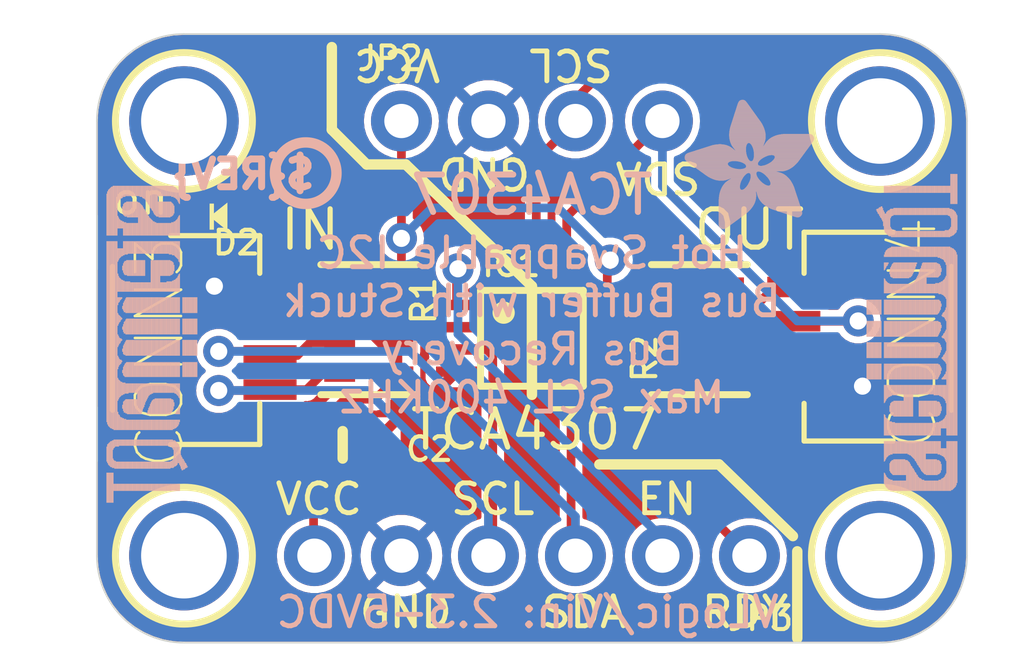
<source format=kicad_pcb>
(kicad_pcb (version 20221018) (generator pcbnew)
  (layers (0 "F.Cu" signal) (31 "B.Cu" signal) (34 "B.Paste" user) (35 "F.Paste" user) (36 "B.SilkS" user "B.Silkscreen") (37 "F.SilkS" user "F.Silkscreen") (38 "B.Mask" user) (39 "F.Mask" user) (44 "Edge.Cuts" user))
  (net 0 "")
  (net 1 "N$1")
  (net 2 "VCC")
  (net 3 "GND")
  (net 4 "SDA_IN")
  (net 5 "SCL_IN")
  (net 6 "SDA_OUT")
  (net 7 "SCL_OUT")
  (net 8 "READY")
  (net 9 "EN")
  (footprint "working:1X06_ROUND_70" (layer "F.Cu") (at 148.5011 111.3536 180)
    (fp_text reference "JP3" (at -7.6962 -1.8288) (layer "F.SilkS") (effects (font (size 0.692831 0.692831) (thickness 0.119969)) (justify right)))
    (fp_text value "")
    (pad "1" thru_hole circle (at -6.35 0 270) (size 1.778 1.778) (drill 1) (layers "*.Cu" "*.Mask") (net 8 "READY"))
    (pad "2" thru_hole circle (at -3.81 0 270) (size 1.778 1.778) (drill 1) (layers "*.Cu" "*.Mask") (net 9 "EN"))
    (pad "3" thru_hole circle (at -1.27 0 270) (size 1.778 1.778) (drill 1) (layers "*.Cu" "*.Mask") (net 4 "SDA_IN"))
    (pad "4" thru_hole circle (at 1.27 0 270) (size 1.778 1.778) (drill 1) (layers "*.Cu" "*.Mask") (net 5 "SCL_IN"))
    (pad "5" thru_hole circle (at 3.81 0 270) (size 1.778 1.778) (drill 1) (layers "*.Cu" "*.Mask") (net 3 "GND"))
    (pad "6" thru_hole circle (at 6.35 0 270) (size 1.778 1.778) (drill 1) (layers "*.Cu" "*.Mask") (net 2 "VCC"))
  )
  (footprint "working:JST_SH4" (layer "F.Cu") (at 158.6611 105.0036 90)
    (fp_text reference "CONN4" (at -3.33 0.958 90) (layer "F.SilkS") (effects (font (size 1.347622 1.347622) (thickness 0.074778)) (justify left)))
    (fp_text value "STEMMA_I2C_QT" hide)
    (pad "1" smd rect (at -1.5 -2.514 180) (size 1.55 0.6) (layers "F.Cu" "F.Paste" "F.Mask") (net 3 "GND"))
    (pad "2" smd rect (at -0.5 -2.514 180) (size 1.55 0.6) (layers "F.Cu" "F.Paste" "F.Mask") (net 2 "VCC"))
    (pad "3" smd rect (at 0.5 -2.514 180) (size 1.55 0.6) (layers "F.Cu" "F.Paste" "F.Mask") (net 6 "SDA_OUT"))
    (pad "4" smd rect (at 1.5 -2.514 180) (size 1.55 0.6) (layers "F.Cu" "F.Paste" "F.Mask") (net 7 "SCL_OUT"))
    (pad "MT1" smd rect (at -2.8 1.386 180) (size 1.8 1.2) (layers "F.Cu" "F.Paste" "F.Mask"))
    (pad "MT2" smd rect (at 2.8 1.386 180) (size 1.8 1.2) (layers "F.Cu" "F.Paste" "F.Mask"))
  )
  (footprint "working:MOUNTINGHOLE_2.5_PLATED" (layer "F.Cu") (at 158.6611 98.6536)
    (fp_text reference "U$17" hide)
    (fp_text value "MOUNTINGHOLE2.5" hide)
    (pad "P$1" thru_hole circle (at 0 0) (size 3.2 3.2) (drill 2.5) (layers "*.Cu" "*.Mask"))
    (zone (net 0) (net_name "") (layer "F.Cu") (connect_pads (clearance 0)) (min_thickness 0.25)
      (keepout (tracks not_allowed) (vias not_allowed) (pads not_allowed) (copperpour not_allowed) (footprints allowed))
      (fill (thermal_gap 0.5) (thermal_bridge_width 0.5))
      (polygon (pts (xy 160.6771 98.6536) (xy 160.65748 98.373027) (xy 160.599004 98.097915) (xy 160.502808 97.833619) (xy 160.370765 97.585283) (xy 160.205446 97.35774) (xy 160.010067 97.15542) (xy 159.788433 96.98226) (xy 159.544856 96.841631) (xy 159.284078 96.73627) (xy 159.011175 96.668228) (xy 158.731457 96.638828) (xy 158.450371 96.648644) (xy 158.173385 96.697484) (xy 157.905893 96.784397) (xy 157.6531 96.907693) (xy 157.419926 97.06497) (xy 157.210911 97.253169) (xy 157.030122 97.468625) (xy 156.881078 97.707145) (xy 156.76668 97.964087) (xy 156.689154 98.23445) (xy 156.650011 98.512971) (xy 156.650011 98.794229) (xy 156.689154 99.07275) (xy 156.76668 99.343113) (xy 156.881078 99.600055) (xy 157.030122 99.838575) (xy 157.210911 100.054031) (xy 157.419926 100.24223) (xy 157.6531 100.399507) (xy 157.905893 100.522803) (xy 158.173385 100.609716) (xy 158.450371 100.658556) (xy 158.731457 100.668372) (xy 159.011175 100.638972) (xy 159.284078 100.57093) (xy 159.544856 100.465569) (xy 159.788433 100.32494) (xy 160.010067 100.15178) (xy 160.205446 99.94946) (xy 160.370765 99.721917) (xy 160.502808 99.473581) (xy 160.599004 99.209285) (xy 160.65748 98.934173)))
      (polygon (pts (xy 158.6451 98.6536) (xy 158.649786 98.664914) (xy 158.6611 98.6696) (xy 158.672414 98.664914) (xy 158.6771 98.6536) (xy 158.672414 98.642286) (xy 158.6611 98.6376) (xy 158.649786 98.642286)))
    )
    (zone (net 0) (net_name "") (layer "B.Cu") (connect_pads (clearance 0)) (min_thickness 0.25)
      (keepout (tracks not_allowed) (vias not_allowed) (pads not_allowed) (copperpour not_allowed) (footprints allowed))
      (fill (thermal_gap 0.5) (thermal_bridge_width 0.5))
      (polygon (pts (xy 160.6771 98.6536) (xy 160.65748 98.373027) (xy 160.599004 98.097915) (xy 160.502808 97.833619) (xy 160.370765 97.585283) (xy 160.205446 97.35774) (xy 160.010067 97.15542) (xy 159.788433 96.98226) (xy 159.544856 96.841631) (xy 159.284078 96.73627) (xy 159.011175 96.668228) (xy 158.731457 96.638828) (xy 158.450371 96.648644) (xy 158.173385 96.697484) (xy 157.905893 96.784397) (xy 157.6531 96.907693) (xy 157.419926 97.06497) (xy 157.210911 97.253169) (xy 157.030122 97.468625) (xy 156.881078 97.707145) (xy 156.76668 97.964087) (xy 156.689154 98.23445) (xy 156.650011 98.512971) (xy 156.650011 98.794229) (xy 156.689154 99.07275) (xy 156.76668 99.343113) (xy 156.881078 99.600055) (xy 157.030122 99.838575) (xy 157.210911 100.054031) (xy 157.419926 100.24223) (xy 157.6531 100.399507) (xy 157.905893 100.522803) (xy 158.173385 100.609716) (xy 158.450371 100.658556) (xy 158.731457 100.668372) (xy 159.011175 100.638972) (xy 159.284078 100.57093) (xy 159.544856 100.465569) (xy 159.788433 100.32494) (xy 160.010067 100.15178) (xy 160.205446 99.94946) (xy 160.370765 99.721917) (xy 160.502808 99.473581) (xy 160.599004 99.209285) (xy 160.65748 98.934173)))
      (polygon (pts (xy 158.6451 98.6536) (xy 158.649786 98.664914) (xy 158.6611 98.6696) (xy 158.672414 98.664914) (xy 158.6771 98.6536) (xy 158.672414 98.642286) (xy 158.6611 98.6376) (xy 158.649786 98.642286)))
    )
  )
  (footprint "working:FIDUCIAL_1MM" (layer "F.Cu") (at 141.5161 99.7585)
    (fp_text reference "FID4" hide)
    (fp_text value "FIDUCIAL_1MM" hide)
    (pad "1" smd roundrect (at 0 0) (size 1 1) (layers "F.Cu" "F.Mask") (roundrect_rratio 0.5))
  )
  (footprint "working:0603-NO" (layer "F.Cu") (at 142.9766 108.1151)
    (fp_text reference "C2" (at 1.778 0.127) (layer "F.SilkS") (effects (font (size 0.692831 0.692831) (thickness 0.119969)) (justify left)))
    (fp_text value "0.1uF")
    (pad "1" smd rect (at -0.85 0) (size 1.075 1) (layers "F.Cu" "F.Paste" "F.Mask") (net 2 "VCC"))
    (pad "2" smd rect (at 0.85 0) (size 1.075 1) (layers "F.Cu" "F.Paste" "F.Mask") (net 3 "GND"))
  )
  (footprint "working:MOUNTINGHOLE_2.5_PLATED" (layer "F.Cu") (at 138.3411 98.6536)
    (fp_text reference "U$1" hide)
    (fp_text value "MOUNTINGHOLE2.5" hide)
    (pad "P$1" thru_hole circle (at 0 0) (size 3.2 3.2) (drill 2.5) (layers "*.Cu" "*.Mask"))
    (zone (net 0) (net_name "") (layer "F.Cu") (connect_pads (clearance 0)) (min_thickness 0.25)
      (keepout (tracks not_allowed) (vias not_allowed) (pads not_allowed) (copperpour not_allowed) (footprints allowed))
      (fill (thermal_gap 0.5) (thermal_bridge_width 0.5))
      (polygon (pts (xy 140.3571 98.6536) (xy 140.33748 98.373027) (xy 140.279004 98.097915) (xy 140.182808 97.833619) (xy 140.050765 97.585283) (xy 139.885446 97.35774) (xy 139.690067 97.15542) (xy 139.468433 96.98226) (xy 139.224856 96.841631) (xy 138.964078 96.73627) (xy 138.691175 96.668228) (xy 138.411457 96.638828) (xy 138.130371 96.648644) (xy 137.853385 96.697484) (xy 137.585893 96.784397) (xy 137.3331 96.907693) (xy 137.099926 97.06497) (xy 136.890911 97.253169) (xy 136.710122 97.468625) (xy 136.561078 97.707145) (xy 136.44668 97.964087) (xy 136.369154 98.23445) (xy 136.330011 98.512971) (xy 136.330011 98.794229) (xy 136.369154 99.07275) (xy 136.44668 99.343113) (xy 136.561078 99.600055) (xy 136.710122 99.838575) (xy 136.890911 100.054031) (xy 137.099926 100.24223) (xy 137.3331 100.399507) (xy 137.585893 100.522803) (xy 137.853385 100.609716) (xy 138.130371 100.658556) (xy 138.411457 100.668372) (xy 138.691175 100.638972) (xy 138.964078 100.57093) (xy 139.224856 100.465569) (xy 139.468433 100.32494) (xy 139.690067 100.15178) (xy 139.885446 99.94946) (xy 140.050765 99.721917) (xy 140.182808 99.473581) (xy 140.279004 99.209285) (xy 140.33748 98.934173)))
      (polygon (pts (xy 138.3251 98.6536) (xy 138.329786 98.664914) (xy 138.3411 98.6696) (xy 138.352414 98.664914) (xy 138.3571 98.6536) (xy 138.352414 98.642286) (xy 138.3411 98.6376) (xy 138.329786 98.642286)))
    )
    (zone (net 0) (net_name "") (layer "B.Cu") (connect_pads (clearance 0)) (min_thickness 0.25)
      (keepout (tracks not_allowed) (vias not_allowed) (pads not_allowed) (copperpour not_allowed) (footprints allowed))
      (fill (thermal_gap 0.5) (thermal_bridge_width 0.5))
      (polygon (pts (xy 140.3571 98.6536) (xy 140.33748 98.373027) (xy 140.279004 98.097915) (xy 140.182808 97.833619) (xy 140.050765 97.585283) (xy 139.885446 97.35774) (xy 139.690067 97.15542) (xy 139.468433 96.98226) (xy 139.224856 96.841631) (xy 138.964078 96.73627) (xy 138.691175 96.668228) (xy 138.411457 96.638828) (xy 138.130371 96.648644) (xy 137.853385 96.697484) (xy 137.585893 96.784397) (xy 137.3331 96.907693) (xy 137.099926 97.06497) (xy 136.890911 97.253169) (xy 136.710122 97.468625) (xy 136.561078 97.707145) (xy 136.44668 97.964087) (xy 136.369154 98.23445) (xy 136.330011 98.512971) (xy 136.330011 98.794229) (xy 136.369154 99.07275) (xy 136.44668 99.343113) (xy 136.561078 99.600055) (xy 136.710122 99.838575) (xy 136.890911 100.054031) (xy 137.099926 100.24223) (xy 137.3331 100.399507) (xy 137.585893 100.522803) (xy 137.853385 100.609716) (xy 138.130371 100.658556) (xy 138.411457 100.668372) (xy 138.691175 100.638972) (xy 138.964078 100.57093) (xy 139.224856 100.465569) (xy 139.468433 100.32494) (xy 139.690067 100.15178) (xy 139.885446 99.94946) (xy 140.050765 99.721917) (xy 140.182808 99.473581) (xy 140.279004 99.209285) (xy 140.33748 98.934173)))
      (polygon (pts (xy 138.3251 98.6536) (xy 138.329786 98.664914) (xy 138.3411 98.6696) (xy 138.352414 98.664914) (xy 138.3571 98.6536) (xy 138.352414 98.642286) (xy 138.3411 98.6376) (xy 138.329786 98.642286)))
    )
  )
  (footprint "working:RESPACK_4X0603" (layer "F.Cu") (at 153.3906 104.7496 90)
    (fp_text reference "R2" (at -1.6 -1.6 90) (layer "F.SilkS") (effects (font (size 0.692831 0.692831) (thickness 0.119969)) (justify left)))
    (fp_text value "10K")
    (pad "1" smd rect (at -1.3 0.85 90) (size 0.45 0.9) (layers "F.Cu" "F.Paste" "F.Mask") (net 2 "VCC"))
    (pad "2" smd rect (at -0.4 0.85 90) (size 0.45 0.9) (layers "F.Cu" "F.Paste" "F.Mask") (net 6 "SDA_OUT"))
    (pad "3" smd rect (at 0.4 0.85 90) (size 0.45 0.9) (layers "F.Cu" "F.Paste" "F.Mask") (net 7 "SCL_OUT"))
    (pad "4" smd rect (at 1.3 0.85 90) (size 0.45 0.9) (layers "F.Cu" "F.Paste" "F.Mask"))
    (pad "5" smd rect (at 1.3 -0.85 90) (size 0.45 0.9) (layers "F.Cu" "F.Paste" "F.Mask"))
    (pad "6" smd rect (at 0.4 -0.85 90) (size 0.45 0.9) (layers "F.Cu" "F.Paste" "F.Mask") (net 2 "VCC"))
    (pad "7" smd rect (at -0.4 -0.85 90) (size 0.45 0.9) (layers "F.Cu" "F.Paste" "F.Mask") (net 2 "VCC"))
    (pad "8" smd rect (at -1.3 -0.85 90) (size 0.45 0.9) (layers "F.Cu" "F.Paste" "F.Mask") (net 8 "READY"))
  )
  (footprint "working:FIDUCIAL_1MM" (layer "F.Cu") (at 156.3751 109.1311)
    (fp_text reference "FID3" hide)
    (fp_text value "FIDUCIAL_1MM" hide)
    (pad "1" smd roundrect (at 0 0) (size 1 1) (layers "F.Cu" "F.Mask") (roundrect_rratio 0.5))
  )
  (footprint "working:TSSOP8" (layer "F.Cu") (at 148.5011 105.0036)
    (fp_text reference "IC1" (at -1.524 -2.159) (layer "F.SilkS") (effects (font (size 0.692831 0.692831) (thickness 0.119969)) (justify left)))
    (fp_text value "TCA4307")
    (pad "1" smd rect (at -2.2 -0.975) (size 1.2 0.3048) (layers "F.Cu" "F.Mask") (net 9 "EN"))
    (pad "2" smd rect (at -2.2 -0.325) (size 1.2 0.3048) (layers "F.Cu" "F.Mask") (net 7 "SCL_OUT"))
    (pad "3" smd rect (at -2.2 0.325) (size 1.2 0.3048) (layers "F.Cu" "F.Mask") (net 5 "SCL_IN"))
    (pad "4" smd rect (at -2.2 0.975) (size 1.2 0.3048) (layers "F.Cu" "F.Mask") (net 3 "GND"))
    (pad "5" smd rect (at 2.2 0.975) (size 1.2 0.3048) (layers "F.Cu" "F.Mask") (net 8 "READY"))
    (pad "6" smd rect (at 2.2 0.325) (size 1.2 0.3048) (layers "F.Cu" "F.Mask") (net 4 "SDA_IN"))
    (pad "7" smd rect (at 2.2 -0.325) (size 1.2 0.3048) (layers "F.Cu" "F.Mask") (net 6 "SDA_OUT"))
    (pad "8" smd rect (at 2.2 -0.975) (size 1.2 0.3048) (layers "F.Cu" "F.Mask") (net 2 "VCC"))
  )
  (footprint "working:CHIPLED_0603_NOOUTLINE" (layer "F.Cu") (at 139.3571 101.4476 90)
    (fp_text reference "D2" (at -0.762 1.27) (layer "F.SilkS") (effects (font (size 0.692831 0.692831) (thickness 0.119969)) (justify right)))
    (fp_text value "GREEN")
    (pad "A" smd rect (at 0 0.75 90) (size 0.8 0.8) (layers "F.Cu" "F.Paste" "F.Mask") (net 1 "N$1"))
    (pad "C" smd rect (at 0 -0.75 90) (size 0.8 0.8) (layers "F.Cu" "F.Paste" "F.Mask") (net 3 "GND"))
  )
  (footprint "working:JST_SH4" (layer "F.Cu") (at 138.3411 105.0036 -90)
    (fp_text reference "CONN3" (at -3.076 0.704 90) (layer "F.SilkS") (effects (font (size 1.347622 1.347622) (thickness 0.074778)) (justify right)))
    (fp_text value "STEMMA_I2C_QT" hide)
    (pad "1" smd rect (at -1.5 -2.514) (size 1.55 0.6) (layers "F.Cu" "F.Paste" "F.Mask") (net 3 "GND"))
    (pad "2" smd rect (at -0.5 -2.514) (size 1.55 0.6) (layers "F.Cu" "F.Paste" "F.Mask") (net 2 "VCC"))
    (pad "3" smd rect (at 0.5 -2.514) (size 1.55 0.6) (layers "F.Cu" "F.Paste" "F.Mask") (net 4 "SDA_IN"))
    (pad "4" smd rect (at 1.5 -2.514) (size 1.55 0.6) (layers "F.Cu" "F.Paste" "F.Mask") (net 5 "SCL_IN"))
    (pad "MT1" smd rect (at -2.8 1.386) (size 1.8 1.2) (layers "F.Cu" "F.Paste" "F.Mask"))
    (pad "MT2" smd rect (at 2.8 1.386) (size 1.8 1.2) (layers "F.Cu" "F.Paste" "F.Mask"))
  )
  (footprint "working:1X04_ROUND" (layer "F.Cu") (at 148.5011 98.6536)
    (fp_text reference "JP2" (at -5.1562 -1.8288) (layer "F.SilkS") (effects (font (size 0.692831 0.692831) (thickness 0.119969)) (justify left)))
    (fp_text value "")
    (pad "1" thru_hole circle (at -3.81 0 90) (size 1.778 1.778) (drill 1) (layers "*.Cu" "*.Mask") (net 2 "VCC"))
    (pad "2" thru_hole circle (at -1.27 0 90) (size 1.778 1.778) (drill 1) (layers "*.Cu" "*.Mask") (net 3 "GND"))
    (pad "3" thru_hole circle (at 1.27 0 90) (size 1.778 1.778) (drill 1) (layers "*.Cu" "*.Mask") (net 7 "SCL_OUT"))
    (pad "4" thru_hole circle (at 3.81 0 90) (size 1.778 1.778) (drill 1) (layers "*.Cu" "*.Mask") (net 6 "SDA_OUT"))
  )
  (footprint "working:RESPACK_4X0603" (layer "F.Cu") (at 143.7386 104.7496 -90)
    (fp_text reference "R1" (at -1.6 -1.6 90) (layer "F.SilkS") (effects (font (size 0.692831 0.692831) (thickness 0.119969)) (justify right)))
    (fp_text value "10K")
    (pad "1" smd rect (at -1.3 0.85 270) (size 0.45 0.9) (layers "F.Cu" "F.Paste" "F.Mask") (net 1 "N$1"))
    (pad "2" smd rect (at -0.4 0.85 270) (size 0.45 0.9) (layers "F.Cu" "F.Paste" "F.Mask") (net 2 "VCC"))
    (pad "3" smd rect (at 0.4 0.85 270) (size 0.45 0.9) (layers "F.Cu" "F.Paste" "F.Mask") (net 4 "SDA_IN"))
    (pad "4" smd rect (at 1.3 0.85 270) (size 0.45 0.9) (layers "F.Cu" "F.Paste" "F.Mask") (net 5 "SCL_IN"))
    (pad "5" smd rect (at 1.3 -0.85 270) (size 0.45 0.9) (layers "F.Cu" "F.Paste" "F.Mask") (net 2 "VCC"))
    (pad "6" smd rect (at 0.4 -0.85 270) (size 0.45 0.9) (layers "F.Cu" "F.Paste" "F.Mask") (net 2 "VCC"))
    (pad "7" smd rect (at -0.4 -0.85 270) (size 0.45 0.9) (layers "F.Cu" "F.Paste" "F.Mask") (net 9 "EN"))
    (pad "8" smd rect (at -1.3 -0.85 270) (size 0.45 0.9) (layers "F.Cu" "F.Paste" "F.Mask") (net 2 "VCC"))
  )
  (footprint "working:MOUNTINGHOLE_2.5_PLATED" (layer "F.Cu") (at 158.6611 111.3536)
    (fp_text reference "U$21" hide)
    (fp_text value "MOUNTINGHOLE2.5" hide)
    (pad "P$1" thru_hole circle (at 0 0) (size 3.2 3.2) (drill 2.5) (layers "*.Cu" "*.Mask"))
    (zone (net 0) (net_name "") (layer "F.Cu") (connect_pads (clearance 0)) (min_thickness 0.25)
      (keepout (tracks not_allowed) (vias not_allowed) (pads not_allowed) (copperpour not_allowed) (footprints allowed))
      (fill (thermal_gap 0.5) (thermal_bridge_width 0.5))
      (polygon (pts (xy 160.6771 111.3536) (xy 160.65748 111.073027) (xy 160.599004 110.797915) (xy 160.502808 110.533619) (xy 160.370765 110.285283) (xy 160.205446 110.05774) (xy 160.010067 109.85542) (xy 159.788433 109.68226) (xy 159.544856 109.541631) (xy 159.284078 109.43627) (xy 159.011175 109.368228) (xy 158.731457 109.338828) (xy 158.450371 109.348644) (xy 158.173385 109.397484) (xy 157.905893 109.484397) (xy 157.6531 109.607693) (xy 157.419926 109.76497) (xy 157.210911 109.953169) (xy 157.030122 110.168625) (xy 156.881078 110.407145) (xy 156.76668 110.664087) (xy 156.689154 110.93445) (xy 156.650011 111.212971) (xy 156.650011 111.494229) (xy 156.689154 111.77275) (xy 156.76668 112.043113) (xy 156.881078 112.300055) (xy 157.030122 112.538575) (xy 157.210911 112.754031) (xy 157.419926 112.94223) (xy 157.6531 113.099507) (xy 157.905893 113.222803) (xy 158.173385 113.309716) (xy 158.450371 113.358556) (xy 158.731457 113.368372) (xy 159.011175 113.338972) (xy 159.284078 113.27093) (xy 159.544856 113.165569) (xy 159.788433 113.02494) (xy 160.010067 112.85178) (xy 160.205446 112.64946) (xy 160.370765 112.421917) (xy 160.502808 112.173581) (xy 160.599004 111.909285) (xy 160.65748 111.634173)))
      (polygon (pts (xy 158.6451 111.3536) (xy 158.649786 111.364914) (xy 158.6611 111.3696) (xy 158.672414 111.364914) (xy 158.6771 111.3536) (xy 158.672414 111.342286) (xy 158.6611 111.3376) (xy 158.649786 111.342286)))
    )
    (zone (net 0) (net_name "") (layer "B.Cu") (connect_pads (clearance 0)) (min_thickness 0.25)
      (keepout (tracks not_allowed) (vias not_allowed) (pads not_allowed) (copperpour not_allowed) (footprints allowed))
      (fill (thermal_gap 0.5) (thermal_bridge_width 0.5))
      (polygon (pts (xy 160.6771 111.3536) (xy 160.65748 111.073027) (xy 160.599004 110.797915) (xy 160.502808 110.533619) (xy 160.370765 110.285283) (xy 160.205446 110.05774) (xy 160.010067 109.85542) (xy 159.788433 109.68226) (xy 159.544856 109.541631) (xy 159.284078 109.43627) (xy 159.011175 109.368228) (xy 158.731457 109.338828) (xy 158.450371 109.348644) (xy 158.173385 109.397484) (xy 157.905893 109.484397) (xy 157.6531 109.607693) (xy 157.419926 109.76497) (xy 157.210911 109.953169) (xy 157.030122 110.168625) (xy 156.881078 110.407145) (xy 156.76668 110.664087) (xy 156.689154 110.93445) (xy 156.650011 111.212971) (xy 156.650011 111.494229) (xy 156.689154 111.77275) (xy 156.76668 112.043113) (xy 156.881078 112.300055) (xy 157.030122 112.538575) (xy 157.210911 112.754031) (xy 157.419926 112.94223) (xy 157.6531 113.099507) (xy 157.905893 113.222803) (xy 158.173385 113.309716) (xy 158.450371 113.358556) (xy 158.731457 113.368372) (xy 159.011175 113.338972) (xy 159.284078 113.27093) (xy 159.544856 113.165569) (xy 159.788433 113.02494) (xy 160.010067 112.85178) (xy 160.205446 112.64946) (xy 160.370765 112.421917) (xy 160.502808 112.173581) (xy 160.599004 111.909285) (xy 160.65748 111.634173)))
      (polygon (pts (xy 158.6451 111.3536) (xy 158.649786 111.364914) (xy 158.6611 111.3696) (xy 158.672414 111.364914) (xy 158.6771 111.3536) (xy 158.672414 111.342286) (xy 158.6611 111.3376) (xy 158.649786 111.342286)))
    )
  )
  (footprint "working:MOUNTINGHOLE_2.5_PLATED" (layer "F.Cu") (at 138.3411 111.3536)
    (fp_text reference "U$19" hide)
    (fp_text value "MOUNTINGHOLE2.5" hide)
    (pad "P$1" thru_hole circle (at 0 0) (size 3.2 3.2) (drill 2.5) (layers "*.Cu" "*.Mask"))
    (zone (net 0) (net_name "") (layer "F.Cu") (connect_pads (clearance 0)) (min_thickness 0.25)
      (keepout (tracks not_allowed) (vias not_allowed) (pads not_allowed) (copperpour not_allowed) (footprints allowed))
      (fill (thermal_gap 0.5) (thermal_bridge_width 0.5))
      (polygon (pts (xy 140.3571 111.3536) (xy 140.33748 111.073027) (xy 140.279004 110.797915) (xy 140.182808 110.533619) (xy 140.050765 110.285283) (xy 139.885446 110.05774) (xy 139.690067 109.85542) (xy 139.468433 109.68226) (xy 139.224856 109.541631) (xy 138.964078 109.43627) (xy 138.691175 109.368228) (xy 138.411457 109.338828) (xy 138.130371 109.348644) (xy 137.853385 109.397484) (xy 137.585893 109.484397) (xy 137.3331 109.607693) (xy 137.099926 109.76497) (xy 136.890911 109.953169) (xy 136.710122 110.168625) (xy 136.561078 110.407145) (xy 136.44668 110.664087) (xy 136.369154 110.93445) (xy 136.330011 111.212971) (xy 136.330011 111.494229) (xy 136.369154 111.77275) (xy 136.44668 112.043113) (xy 136.561078 112.300055) (xy 136.710122 112.538575) (xy 136.890911 112.754031) (xy 137.099926 112.94223) (xy 137.3331 113.099507) (xy 137.585893 113.222803) (xy 137.853385 113.309716) (xy 138.130371 113.358556) (xy 138.411457 113.368372) (xy 138.691175 113.338972) (xy 138.964078 113.27093) (xy 139.224856 113.165569) (xy 139.468433 113.02494) (xy 139.690067 112.85178) (xy 139.885446 112.64946) (xy 140.050765 112.421917) (xy 140.182808 112.173581) (xy 140.279004 111.909285) (xy 140.33748 111.634173)))
      (polygon (pts (xy 138.3251 111.3536) (xy 138.329786 111.364914) (xy 138.3411 111.3696) (xy 138.352414 111.364914) (xy 138.3571 111.3536) (xy 138.352414 111.342286) (xy 138.3411 111.3376) (xy 138.329786 111.342286)))
    )
    (zone (net 0) (net_name "") (layer "B.Cu") (connect_pads (clearance 0)) (min_thickness 0.25)
      (keepout (tracks not_allowed) (vias not_allowed) (pads not_allowed) (copperpour not_allowed) (footprints allowed))
      (fill (thermal_gap 0.5) (thermal_bridge_width 0.5))
      (polygon (pts (xy 140.3571 111.3536) (xy 140.33748 111.073027) (xy 140.279004 110.797915) (xy 140.182808 110.533619) (xy 140.050765 110.285283) (xy 139.885446 110.05774) (xy 139.690067 109.85542) (xy 139.468433 109.68226) (xy 139.224856 109.541631) (xy 138.964078 109.43627) (xy 138.691175 109.368228) (xy 138.411457 109.338828) (xy 138.130371 109.348644) (xy 137.853385 109.397484) (xy 137.585893 109.484397) (xy 137.3331 109.607693) (xy 137.099926 109.76497) (xy 136.890911 109.953169) (xy 136.710122 110.168625) (xy 136.561078 110.407145) (xy 136.44668 110.664087) (xy 136.369154 110.93445) (xy 136.330011 111.212971) (xy 136.330011 111.494229) (xy 136.369154 111.77275) (xy 136.44668 112.043113) (xy 136.561078 112.300055) (xy 136.710122 112.538575) (xy 136.890911 112.754031) (xy 137.099926 112.94223) (xy 137.3331 113.099507) (xy 137.585893 113.222803) (xy 137.853385 113.309716) (xy 138.130371 113.358556) (xy 138.411457 113.368372) (xy 138.691175 113.338972) (xy 138.964078 113.27093) (xy 139.224856 113.165569) (xy 139.468433 113.02494) (xy 139.690067 112.85178) (xy 139.885446 112.64946) (xy 140.050765 112.421917) (xy 140.182808 112.173581) (xy 140.279004 111.909285) (xy 140.33748 111.634173)))
      (polygon (pts (xy 138.3251 111.3536) (xy 138.329786 111.364914) (xy 138.3411 111.3696) (xy 138.352414 111.364914) (xy 138.3571 111.3536) (xy 138.352414 111.342286) (xy 138.3411 111.3376) (xy 138.329786 111.342286)))
    )
  )
  (footprint "working:STEMMAQT" (layer "B.Cu") (at 138.7221 100.5586 -90)
    (fp_text reference "U$31" hide)
    (fp_text value "" hide)
  )
  (footprint "working:ADAFRUIT_3.5MM" (layer "B.Cu") (at 156.7561 101.8286 180)
    (fp_text reference "U$2" hide)
    (fp_text value "" hide)
  )
  (footprint "working:PCBFEAT-REV-040" (layer "B.Cu") (at 141.8971 100.1776 180)
    (fp_text reference "U$25" hide)
    (fp_text value "" hide)
    (fp_text user "${REV}" (at -0.3556 -0.508) (layer "B.SilkS") (effects (font (size 0.8128 0.8128) (thickness 0.2032)) (justify left bottom mirror)))
  )
  (footprint "working:STEMMAQT" (layer "B.Cu") (at 158.2801 109.4486 90)
    (fp_text reference "U$30" hide)
    (fp_text value "" hide)
  )
  (gr_line (start 143.6751 99.9236) (end 144.8181 99.9236) (stroke (width 0.3048)) (layer "F.SilkS"))
  (gr_line (start 156.2481 111.2266) (end 156.2481 113.7666) (stroke (width 0.3048)) (layer "F.SilkS"))
  (gr_line (start 144.8181 99.9236) (end 148.5011 103.4796) (stroke (width 0.3048)) (layer "F.SilkS"))
  (gr_line (start 142.6591 98.9076) (end 143.6751 99.9236) (stroke (width 0.3048)) (layer "F.SilkS"))
  (gr_line (start 150.4696 108.6866) (end 153.9621 108.6866) (stroke (width 0.3048)) (layer "F.SilkS"))
  (gr_line (start 142.6591 96.4946) (end 142.6591 98.9076) (stroke (width 0.3048)) (layer "F.SilkS"))
  (gr_line (start 148.5011 103.4796) (end 148.5011 106.6546) (stroke (width 0.3048)) (layer "F.SilkS"))
  (gr_line (start 153.9621 108.6866) (end 156.1211 110.7821) (stroke (width 0.3048)) (layer "F.SilkS"))
  (gr_arc (start 138.3411 113.8936) (mid 136.545049 113.149651) (end 135.8011 111.3536) (stroke (width 0.05)) (layer "Edge.Cuts"))
  (gr_line (start 158.6611 96.1136) (end 138.3411 96.1136) (stroke (width 0.05)) (layer "Edge.Cuts"))
  (gr_line (start 135.8011 98.6536) (end 135.8011 111.3536) (stroke (width 0.05)) (layer "Edge.Cuts"))
  (gr_line (start 161.2011 111.3536) (end 161.2011 98.6536) (stroke (width 0.05)) (layer "Edge.Cuts"))
  (gr_arc (start 135.8011 98.6536) (mid 136.545049 96.857549) (end 138.3411 96.1136) (stroke (width 0.05)) (layer "Edge.Cuts"))
  (gr_arc (start 161.2011 111.3536) (mid 160.457151 113.149651) (end 158.6611 113.8936) (stroke (width 0.05)) (layer "Edge.Cuts"))
  (gr_arc (start 158.6611 96.1136) (mid 160.457151 96.857549) (end 161.2011 98.6536) (stroke (width 0.05)) (layer "Edge.Cuts"))
  (gr_line (start 138.3411 113.8936) (end 158.6611 113.8936) (stroke (width 0.05)) (layer "Edge.Cuts"))
  (gr_text "VLogic/Vin: 2.3-5VDC" (at 148.3741 113.0046) (layer "B.SilkS") (effects (font (size 0.87376 0.87376) (thickness 0.14224)) (justify mirror)))
  (gr_text "TCA4307" (at 148.5011 100.8126) (layer "B.SilkS") (effects (font (size 1.0922 1.0922) (thickness 0.1778)) (justify mirror)))
  (gr_text "Hot Swappable I2C\nBus Buffer with Stuck\nBus Recovery\nMax SCL 400KHz" (at 148.5011 104.6226) (layer "B.SilkS") (effects (font (size 0.87376 0.87376) (thickness 0.14224)) (justify mirror)))
  (gr_text "RDY" (at 154.7241 113.0046) (layer "F.SilkS") (effects (font (size 0.87376 0.87376) (thickness 0.14224))))
  (gr_text "SDA" (at 152.1841 100.3046 180) (layer "F.SilkS") (effects (font (size 0.87376 0.87376) (thickness 0.14224))))
  (gr_text "TCA4307" (at 148.5646 107.6706) (layer "F.SilkS") (effects (font (size 1.1176 1.1176) (thickness 0.1524))))
  (gr_text "VCC" (at 142.2781 109.7026) (layer "F.SilkS") (effects (font (size 0.87376 0.87376) (thickness 0.14224))))
  (gr_text "SCL" (at 147.3581 109.7026) (layer "F.SilkS") (effects (font (size 0.87376 0.87376) (thickness 0.14224))))
  (gr_text "SDA" (at 150.0251 113.0046) (layer "F.SilkS") (effects (font (size 0.87376 0.87376) (thickness 0.14224))))
  (gr_text "IN" (at 142.0241 101.8286) (layer "F.SilkS") (effects (font (size 1.1176 1.1176) (thickness 0.1524))))
  (gr_text "VCC" (at 144.5641 97.0026 180) (layer "F.SilkS") (effects (font (size 0.87376 0.87376) (thickness 0.14224))))
  (gr_text "GND" (at 144.8181 113.0046) (layer "F.SilkS") (effects (font (size 0.87376 0.87376) (thickness 0.14224))))
  (gr_text "GND" (at 147.1041 100.1776 180) (layer "F.SilkS") (effects (font (size 0.87376 0.87376) (thickness 0.14224))))
  (gr_text "EN" (at 152.4381 109.7026) (layer "F.SilkS") (effects (font (size 0.87376 0.87376) (thickness 0.14224))))
  (gr_text "SCL" (at 149.6441 97.0026 180) (layer "F.SilkS") (effects (font (size 0.87376 0.87376) (thickness 0.14224))))
  (gr_text "OUT" (at 154.8511 101.8286) (layer "F.SilkS") (effects (font (size 1.1176 1.1176) (thickness 0.1524))))
  (gr_text "on" (at 136.1821 101.4476) (layer "F.SilkS") (effects (font (size 0.89408 0.89408) (thickness 0.12192)) (justify left bottom)))
  (segment (start 140.1071 101.4476) (end 140.8866 101.4476) (width 0.254) (layer "F.Cu") (net 1))
  (segment (start 140.8866 101.4476) (end 142.8886 103.4496) (width 0.254) (layer "F.Cu") (net 1))
  (segment (start 152.5651 105.1496) (end 152.8381 105.1496) (width 0.254) (layer "F.Cu") (net 2))
  (segment (start 152.8381 105.1496) (end 153.7381 106.0496) (width 0.254) (layer "F.Cu") (net 2))
  (segment (start 152.5406 105.1496) (end 152.5651 105.1496) (width 0.254) (layer "F.Cu") (net 2))
  (segment (start 142.1266 107.6951) (end 143.0401 106.7816) (width 0.254) (layer "F.Cu") (net 2))
  (segment (start 144.5886 105.1496) (end 144.5886 106.0496) (width 0.254) (layer "F.Cu") (net 2))
  (segment (start 142.8886 104.3496) (end 143.2751 104.3496) (width 0.254) (layer "F.Cu") (net 2))
  (segment (start 142.1431 104.5036) (end 142.2971 104.3496) (width 0.254) (layer "F.Cu") (net 2))
  (segment (start 144.5886 106.1221) (end 144.5886 106.0496) (width 0.254) (layer "F.Cu") (net 2))
  (segment (start 143.0401 106.7816) (end 143.9291 106.7816) (width 0.254) (layer "F.Cu") (net 2))
  (segment (start 153.7381 106.0496) (end 154.2406 106.0496) (width 0.254) (layer "F.Cu") (net 2))
  (segment (start 154.2406 106.0496) (end 154.8211 106.0496) (width 0.254) (layer "F.Cu") (net 2))
  (segment (start 144.0751 105.1496) (end 144.5886 105.1496) (width 0.254) (layer "F.Cu") (net 2))
  (segment (start 144.5886 103.4496) (end 144.0861 103.4496) (width 0.254) (layer "F.Cu") (net 2))
  (segment (start 142.2971 104.3496) (end 142.8886 104.3496) (width 0.254) (layer "F.Cu") (net 2))
  (segment (start 151.4631 104.0286) (end 151.7841 104.3496) (width 0.254) (layer "F.Cu") (net 2))
  (segment (start 142.1266 108.1151) (end 142.1266 111.3291) (width 0.254) (layer "F.Cu") (net 2))
  (segment (start 155.3671 105.5036) (end 156.1471 105.5036) (width 0.254) (layer "F.Cu") (net 2))
  (segment (start 143.2751 104.3496) (end 144.0751 105.1496) (width 0.254) (layer "F.Cu") (net 2))
  (segment (start 152.5406 104.3496) (end 152.5651 104.3741) (width 0.254) (layer "F.Cu") (net 2))
  (segment (start 144.6911 102.0826) (end 144.6911 103.3471) (width 0.254) (layer "F.Cu") (net 2))
  (segment (start 140.8551 104.5036) (end 142.1431 104.5036) (width 0.254) (layer "F.Cu") (net 2))
  (segment (start 151.7841 104.3496) (end 152.5406 104.3496) (width 0.254) (layer "F.Cu") (net 2))
  (segment (start 150.7011 104.0286) (end 150.7011 102.8036) (width 0.254) (layer "F.Cu") (net 2))
  (segment (start 154.8211 106.0496) (end 155.3671 105.5036) (width 0.254) (layer "F.Cu") (net 2))
  (segment (start 150.7011 104.0286) (end 151.4631 104.0286) (width 0.254) (layer "F.Cu") (net 2))
  (segment (start 144.6911 103.3471) (end 144.5886 103.4496) (width 0.254) (layer "F.Cu") (net 2))
  (segment (start 142.1266 111.3291) (end 142.1511 111.3536) (width 0.254) (layer "F.Cu") (net 2))
  (segment (start 143.1861 104.3496) (end 142.8886 104.3496) (width 0.254) (layer "F.Cu") (net 2))
  (segment (start 144.0861 103.4496) (end 143.1861 104.3496) (width 0.254) (layer "F.Cu") (net 2))
  (segment (start 152.5651 104.3741) (end 152.5651 105.1496) (width 0.254) (layer "F.Cu") (net 2))
  (segment (start 143.9291 106.7816) (end 144.5886 106.1221) (width 0.254) (layer "F.Cu") (net 2))
  (segment (start 150.7011 102.8036) (end 150.7871 102.7176) (width 0.254) (layer "F.Cu") (net 2))
  (segment (start 142.1266 108.1151) (end 142.1266 107.6951) (width 0.254) (layer "F.Cu") (net 2))
  (segment (start 144.6911 98.6536) (end 144.6911 102.0826) (width 0.254) (layer "F.Cu") (net 2))
  (via (at 150.7871 102.7176) (size 0.9064) (drill 0.5) (layers "F.Cu" "B.Cu") (net 2))
  (via (at 144.6911 102.0826) (size 0.9064) (drill 0.5) (layers "F.Cu" "B.Cu") (net 2))
  (segment (start 145.5801 101.1936) (end 144.6911 102.0826) (width 0.254) (layer "B.Cu") (net 2))
  (segment (start 149.2631 101.1936) (end 145.5801 101.1936) (width 0.254) (layer "B.Cu") (net 2))
  (segment (start 150.7871 102.7176) (end 149.2631 101.1936) (width 0.254) (layer "B.Cu") (net 2))
  (via (at 158.1531 106.4006) (size 0.9064) (drill 0.5) (layers "F.Cu" "B.Cu") (net 3))
  (via (at 139.2301 103.4796) (size 0.9064) (drill 0.5) (layers "F.Cu" "B.Cu") (net 3))
  (segment (start 149.6441 105.6386) (end 149.6441 111.2266) (width 0.254) (layer "F.Cu") (net 4))
  (segment (start 149.6441 111.2266) (end 149.7711 111.3536) (width 0.254) (layer "F.Cu") (net 4))
  (segment (start 150.7011 105.3286) (end 149.9541 105.3286) (width 0.254) (layer "F.Cu") (net 4))
  (segment (start 140.8551 105.5036) (end 140.7361 105.3846) (width 0.254) (layer "F.Cu") (net 4))
  (segment (start 142.0241 105.1306) (end 142.8696 105.1306) (width 0.254) (layer "F.Cu") (net 4))
  (segment (start 140.8551 105.5036) (end 141.6511 105.5036) (width 0.254) (layer "F.Cu") (net 4))
  (segment (start 149.9541 105.3286) (end 149.6441 105.6386) (width 0.254) (layer "F.Cu") (net 4))
  (segment (start 142.8696 105.1306) (end 142.8886 105.1496) (width 0.254) (layer "F.Cu") (net 4))
  (segment (start 140.7361 105.3846) (end 139.3571 105.3846) (width 0.254) (layer "F.Cu") (net 4))
  (segment (start 141.6511 105.5036) (end 142.0241 105.1306) (width 0.254) (layer "F.Cu") (net 4))
  (via (at 139.3571 105.3846) (size 0.9064) (drill 0.5) (layers "F.Cu" "B.Cu") (net 4))
  (segment (start 144.9451 105.3846) (end 149.7711 110.2106) (width 0.254) (layer "B.Cu") (net 4))
  (segment (start 139.3571 105.3846) (end 144.9451 105.3846) (width 0.254) (layer "B.Cu") (net 4))
  (segment (start 149.7711 110.2106) (end 149.7711 111.3536) (width 0.254) (layer "B.Cu") (net 4))
  (segment (start 142.3751 106.0496) (end 142.8886 106.0496) (width 0.254) (layer "F.Cu") (net 5))
  (segment (start 147.1751 105.3286) (end 147.3581 105.5116) (width 0.254) (layer "F.Cu") (net 5))
  (segment (start 146.3011 105.3286) (end 147.1751 105.3286) (width 0.254) (layer "F.Cu") (net 5))
  (segment (start 140.8311 106.5276) (end 139.3571 106.5276) (width 0.254) (layer "F.Cu") (net 5))
  (segment (start 140.8551 106.5036) (end 140.8311 106.5276) (width 0.254) (layer "F.Cu") (net 5))
  (segment (start 140.8551 106.5036) (end 141.9211 106.5036) (width 0.254) (layer "F.Cu") (net 5))
  (segment (start 147.3581 105.5116) (end 147.3581 111.2266) (width 0.254) (layer "F.Cu") (net 5))
  (segment (start 147.3581 111.2266) (end 147.2311 111.3536) (width 0.254) (layer "F.Cu") (net 5))
  (segment (start 141.9211 106.5036) (end 142.3751 106.0496) (width 0.254) (layer "F.Cu") (net 5))
  (via (at 139.3571 106.5276) (size 0.9064) (drill 0.5) (layers "F.Cu" "B.Cu") (net 5))
  (segment (start 139.3571 106.5276) (end 143.6751 106.5276) (width 0.254) (layer "B.Cu") (net 5))
  (segment (start 143.6751 106.5276) (end 147.2311 110.0836) (width 0.254) (layer "B.Cu") (net 5))
  (segment (start 147.2311 110.0836) (end 147.2311 111.3536) (width 0.254) (layer "B.Cu") (net 5))
  (segment (start 149.7001 104.6786) (end 149.5171 104.4956) (width 0.254) (layer "F.Cu") (net 6))
  (segment (start 149.5171 104.4956) (end 149.5171 101.4476) (width 0.254) (layer "F.Cu") (net 6))
  (segment (start 158.0181 104.5036) (end 158.0261 104.4956) (width 0.254) (layer "F.Cu") (net 6))
  (segment (start 154.2406 105.1496) (end 154.7051 105.1496) (width 0.254) (layer "F.Cu") (net 6))
  (segment (start 156.1471 104.5036) (end 158.0181 104.5036) (width 0.254) (layer "F.Cu") (net 6))
  (segment (start 150.7011 104.6786) (end 149.7001 104.6786) (width 0.254) (layer "F.Cu") (net 6))
  (segment (start 149.5171 101.4476) (end 152.3111 98.6536) (width 0.254) (layer "F.Cu") (net 6))
  (segment (start 154.7051 105.1496) (end 155.3591 104.4956) (width 0.254) (layer "F.Cu") (net 6))
  (segment (start 156.1391 104.4956) (end 156.1471 104.5036) (width 0.254) (layer "F.Cu") (net 6))
  (segment (start 155.3591 104.4956) (end 156.1391 104.4956) (width 0.254) (layer "F.Cu") (net 6))
  (via (at 158.0261 104.4956) (size 0.9064) (drill 0.5) (layers "F.Cu" "B.Cu") (net 6))
  (segment (start 152.3111 100.5586) (end 152.3111 98.6536) (width 0.254) (layer "B.Cu") (net 6))
  (segment (start 156.2481 104.4956) (end 152.3111 100.5586) (width 0.254) (layer "B.Cu") (net 6))
  (segment (start 158.0261 104.4956) (end 156.2481 104.4956) (width 0.254) (layer "B.Cu") (net 6))
  (segment (start 148.6281 103.0986) (end 148.6281 99.7966) (width 0.254) (layer "F.Cu") (net 7))
  (segment (start 148.6281 99.7966) (end 149.7711 98.6536) (width 0.254) (layer "F.Cu") (net 7))
  (segment (start 150.5331 97.2566) (end 149.7711 98.0186) (width 0.254) (layer "F.Cu") (net 7))
  (segment (start 154.2406 104.3496) (end 154.7431 104.3496) (width 0.254) (layer "F.Cu") (net 7))
  (segment (start 154.7431 104.3496) (end 155.5891 103.5036) (width 0.254) (layer "F.Cu") (net 7))
  (segment (start 155.5891 103.5036) (end 156.1471 103.5036) (width 0.254) (layer "F.Cu") (net 7))
  (segment (start 149.7711 98.0186) (end 149.7711 98.6536) (width 0.254) (layer "F.Cu") (net 7))
  (segment (start 152.6921 97.2566) (end 150.5331 97.2566) (width 0.254) (layer "F.Cu") (net 7))
  (segment (start 147.0481 104.6786) (end 148.6281 103.0986) (width 0.254) (layer "F.Cu") (net 7))
  (segment (start 156.1471 103.5036) (end 153.6071 100.9636) (width 0.254) (layer "F.Cu") (net 7))
  (segment (start 146.3011 104.6786) (end 147.0481 104.6786) (width 0.254) (layer "F.Cu") (net 7))
  (segment (start 153.6071 98.1716) (end 152.6921 97.2566) (width 0.254) (layer "F.Cu") (net 7))
  (segment (start 153.6071 98.1716) (end 153.6071 100.9636) (width 0.254) (layer "F.Cu") (net 7))
  (segment (start 153.7081 107.2171) (end 153.7081 110.2106) (width 0.254) (layer "F.Cu") (net 8))
  (segment (start 152.4696 105.9786) (end 152.5406 106.0496) (width 0.254) (layer "F.Cu") (net 8))
  (segment (start 152.5406 106.0496) (end 153.7081 107.2171) (width 0.254) (layer "F.Cu") (net 8))
  (segment (start 150.7011 105.9786) (end 152.4696 105.9786) (width 0.254) (layer "F.Cu") (net 8))
  (segment (start 153.7081 110.2106) (end 154.8511 111.3536) (width 0.254) (layer "F.Cu") (net 8))
  (segment (start 146.3011 104.0286) (end 145.5391 104.0286) (width 0.254) (layer "F.Cu") (net 9))
  (segment (start 146.3011 103.0126) (end 146.3421 102.9716) (width 0.254) (layer "F.Cu") (net 9))
  (segment (start 145.5391 104.0286) (end 145.1991 104.3686) (width 0.254) (layer "F.Cu") (net 9))
  (segment (start 145.1991 104.3686) (end 144.6076 104.3686) (width 0.254) (layer "F.Cu") (net 9))
  (segment (start 146.3011 104.0286) (end 146.3011 103.0126) (width 0.254) (layer "F.Cu") (net 9))
  (segment (start 144.6076 104.3686) (end 144.5886 104.3496) (width 0.254) (layer "F.Cu") (net 9))
  (via (at 146.3421 102.9716) (size 0.9064) (drill 0.5) (layers "F.Cu" "B.Cu") (net 9))
  (segment (start 146.3421 102.9716) (end 146.3421 104.8766) (width 0.254) (layer "B.Cu") (net 9))
  (segment (start 152.3111 110.8456) (end 152.3111 111.3536) (width 0.254) (layer "B.Cu") (net 9))
  (segment (start 152.3111 110.8456) (end 146.3421 104.8766) (width 0.254) (layer "B.Cu") (net 9))
  (zone (net 3) (net_name "GND") (layer "F.Cu") (priority 6) (connect_pads (clearance 0.000001)) (min_thickness 0.127) (fill yes (thermal_gap 0.304) (thermal_bridge_width 0.304))
    (polygon (pts (xy 161.3281 114.0206) (xy 135.6741 114.0206) (xy 135.6741 95.9866) (xy 161.3281 95.9866)))
  )
  (zone (net 3) (net_name "GND") (layer "B.Cu") (priority 6) (connect_pads (clearance 0.000001)) (min_thickness 0.127) (fill yes (thermal_gap 0.304) (thermal_bridge_width 0.304))
    (polygon (pts (xy 161.3281 114.0206) (xy 135.6741 114.0206) (xy 135.6741 95.9866) (xy 161.3281 95.9866)))
  )
)
</source>
